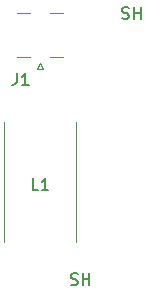
<source format=gbr>
%TF.GenerationSoftware,KiCad,Pcbnew,(6.0.10)*%
%TF.CreationDate,2023-04-04T11:29:01-04:00*%
%TF.ProjectId,Coil_Connector_V3_selfprint,436f696c-5f43-46f6-9e6e-6563746f725f,rev?*%
%TF.SameCoordinates,Original*%
%TF.FileFunction,Legend,Top*%
%TF.FilePolarity,Positive*%
%FSLAX46Y46*%
G04 Gerber Fmt 4.6, Leading zero omitted, Abs format (unit mm)*
G04 Created by KiCad (PCBNEW (6.0.10)) date 2023-04-04 11:29:01*
%MOMM*%
%LPD*%
G01*
G04 APERTURE LIST*
%ADD10C,0.150000*%
%ADD11C,0.120000*%
G04 APERTURE END LIST*
D10*
%TO.C,J1*%
X137080666Y-103084380D02*
X137080666Y-103798666D01*
X137033047Y-103941523D01*
X136937809Y-104036761D01*
X136794952Y-104084380D01*
X136699714Y-104084380D01*
X138080666Y-104084380D02*
X137509238Y-104084380D01*
X137794952Y-104084380D02*
X137794952Y-103084380D01*
X137699714Y-103227238D01*
X137604476Y-103322476D01*
X137509238Y-103370095D01*
%TO.C,L1*%
X138898333Y-112982380D02*
X138422142Y-112982380D01*
X138422142Y-111982380D01*
X139755476Y-112982380D02*
X139184047Y-112982380D01*
X139469761Y-112982380D02*
X139469761Y-111982380D01*
X139374523Y-112125238D01*
X139279285Y-112220476D01*
X139184047Y-112268095D01*
%TO.C,SH*%
X141659076Y-120978561D02*
X141801933Y-121026180D01*
X142040028Y-121026180D01*
X142135266Y-120978561D01*
X142182885Y-120930942D01*
X142230504Y-120835704D01*
X142230504Y-120740466D01*
X142182885Y-120645228D01*
X142135266Y-120597609D01*
X142040028Y-120549990D01*
X141849552Y-120502371D01*
X141754314Y-120454752D01*
X141706695Y-120407133D01*
X141659076Y-120311895D01*
X141659076Y-120216657D01*
X141706695Y-120121419D01*
X141754314Y-120073800D01*
X141849552Y-120026180D01*
X142087647Y-120026180D01*
X142230504Y-120073800D01*
X142659076Y-121026180D02*
X142659076Y-120026180D01*
X142659076Y-120502371D02*
X143230504Y-120502371D01*
X143230504Y-121026180D02*
X143230504Y-120026180D01*
X146002476Y-98448761D02*
X146145333Y-98496380D01*
X146383428Y-98496380D01*
X146478666Y-98448761D01*
X146526285Y-98401142D01*
X146573904Y-98305904D01*
X146573904Y-98210666D01*
X146526285Y-98115428D01*
X146478666Y-98067809D01*
X146383428Y-98020190D01*
X146192952Y-97972571D01*
X146097714Y-97924952D01*
X146050095Y-97877333D01*
X146002476Y-97782095D01*
X146002476Y-97686857D01*
X146050095Y-97591619D01*
X146097714Y-97544000D01*
X146192952Y-97496380D01*
X146431047Y-97496380D01*
X146573904Y-97544000D01*
X147002476Y-98496380D02*
X147002476Y-97496380D01*
X147002476Y-97972571D02*
X147573904Y-97972571D01*
X147573904Y-98496380D02*
X147573904Y-97496380D01*
D11*
%TO.C,J1*%
X139300000Y-102745500D02*
X139050000Y-102245500D01*
X138210000Y-97985500D02*
X137100000Y-97985500D01*
X141000000Y-97985500D02*
X139890000Y-97985500D01*
X138210000Y-101695500D02*
X137100000Y-101695500D01*
X141000000Y-101695500D02*
X139890000Y-101695500D01*
X138800000Y-102745500D02*
X139300000Y-102745500D01*
X139050000Y-102245500D02*
X138800000Y-102745500D01*
%TO.C,L1*%
X136017000Y-117348000D02*
X136017000Y-107188000D01*
X142113000Y-117348000D02*
X142113000Y-107188000D01*
%TD*%
M02*

</source>
